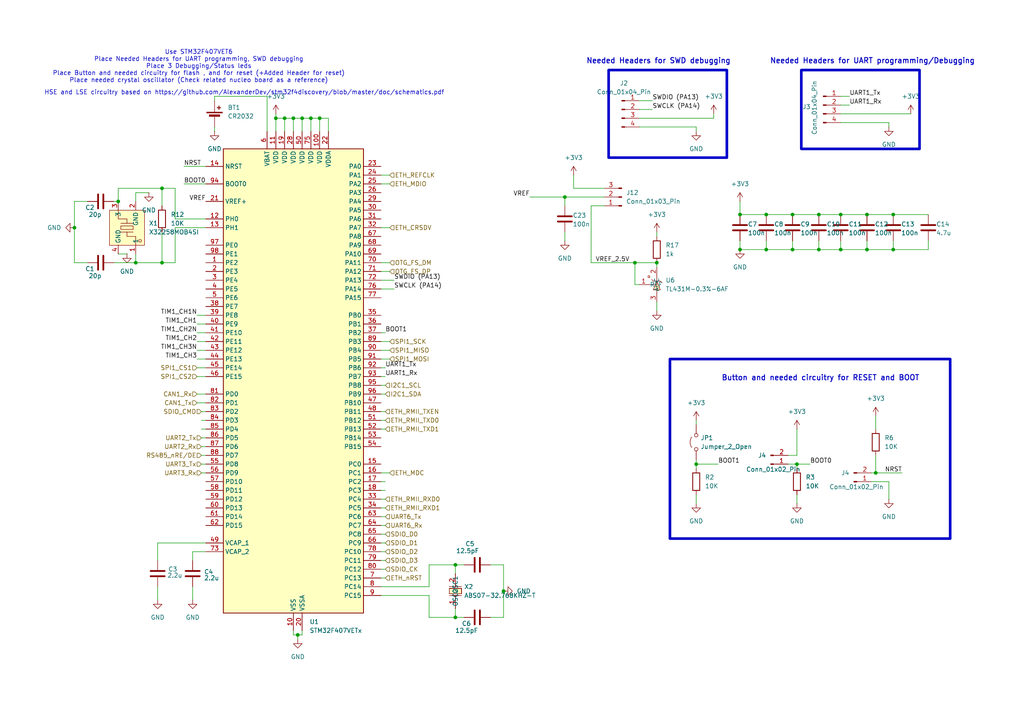
<source format=kicad_sch>
(kicad_sch (version 20250114) (generator "eeschema") (generator_version "9.0")
  (paper "A4")
  (lib_symbols
    (symbol "Connector:Conn_01x02_Pin" (pin_names (offset 1.016) (hide yes))
      (property "Reference" "J" (at 0 2.54 0))
      (property "Value" "Conn_01x02_Pin" (at 0 -5.08 0))
      (symbol "Conn_01x02_Pin_1_1"
        (rectangle (start 0.8636 0.127) (end 0 -0.127) (stroke (width 0.1524)) (fill (type outline)))
        (rectangle (start 0.8636 -2.413) (end 0 -2.667) (stroke (width 0.1524)) (fill (type outline)))
        (polyline (pts (xy 1.27 0) (xy 0.8636 0)) (stroke (width 0.1524)))
        (polyline (pts (xy 1.27 -2.54) (xy 0.8636 -2.54)) (stroke (width 0.1524)))
        (pin passive line (at 5.08 0 180) (length 3.81) (name "Pin_1") (number "1"))
        (pin passive line (at 5.08 -2.54 180) (length 3.81) (name "Pin_2") (number "2"))
      )
    )
    (symbol "Connector:Conn_01x03_Pin" (pin_names (offset 1.016) (hide yes))
      (property "Reference" "J" (at 0 5.08 0))
      (property "Value" "Conn_01x03_Pin" (at 0 -5.08 0))
      (symbol "Conn_01x03_Pin_1_1"
        (rectangle (start 0.8636 2.667) (end 0 2.413) (stroke (width 0.1524)) (fill (type outline)))
        (rectangle (start 0.8636 0.127) (end 0 -0.127) (stroke (width 0.1524)) (fill (type outline)))
        (rectangle (start 0.8636 -2.413) (end 0 -2.667) (stroke (width 0.1524)) (fill (type outline)))
        (polyline (pts (xy 1.27 2.54) (xy 0.8636 2.54)) (stroke (width 0.1524)))
        (polyline (pts (xy 1.27 0) (xy 0.8636 0)) (stroke (width 0.1524)))
        (polyline (pts (xy 1.27 -2.54) (xy 0.8636 -2.54)) (stroke (width 0.1524)))
        (pin passive line (at 5.08 2.54 180) (length 3.81) (name "Pin_1") (number "1"))
        (pin passive line (at 5.08 0 180) (length 3.81) (name "Pin_2") (number "2"))
        (pin passive line (at 5.08 -2.54 180) (length 3.81) (name "Pin_3") (number "3"))
      )
    )
    (symbol "Connector:Conn_01x04_Pin" (pin_names (offset 1.016) (hide yes))
      (property "Reference" "J" (at 0 5.08 0))
      (property "Value" "Conn_01x04_Pin" (at 0 -7.62 0))
      (symbol "Conn_01x04_Pin_1_1"
        (rectangle (start 0.8636 2.667) (end 0 2.413) (stroke (width 0.1524)) (fill (type outline)))
        (rectangle (start 0.8636 0.127) (end 0 -0.127) (stroke (width 0.1524)) (fill (type outline)))
        (rectangle (start 0.8636 -2.413) (end 0 -2.667) (stroke (width 0.1524)) (fill (type outline)))
        (rectangle (start 0.8636 -4.953) (end 0 -5.207) (stroke (width 0.1524)) (fill (type outline)))
        (polyline (pts (xy 1.27 2.54) (xy 0.8636 2.54)) (stroke (width 0.1524)))
        (polyline (pts (xy 1.27 0) (xy 0.8636 0)) (stroke (width 0.1524)))
        (polyline (pts (xy 1.27 -2.54) (xy 0.8636 -2.54)) (stroke (width 0.1524)))
        (polyline (pts (xy 1.27 -5.08) (xy 0.8636 -5.08)) (stroke (width 0.1524)))
        (pin passive line (at 5.08 2.54 180) (length 3.81) (name "Pin_1") (number "1"))
        (pin passive line (at 5.08 0 180) (length 3.81) (name "Pin_2") (number "2"))
        (pin passive line (at 5.08 -2.54 180) (length 3.81) (name "Pin_3") (number "3"))
        (pin passive line (at 5.08 -5.08 180) (length 3.81) (name "Pin_4") (number "4"))
      )
    )
    (symbol "Device:Battery_Cell" (pin_numbers (hide yes)) (pin_names (offset 0) (hide yes))
      (property "Reference" "BT" (at 2.54 2.54 0))
      (property "Value" "Battery_Cell" (at 2.54 0 0))
      (symbol "Battery_Cell_0_1"
        (rectangle (start -2.286 1.778) (end 2.286 1.524) (fill (type outline)))
        (rectangle (start -1.524 1.016) (end 1.524 0.508) (fill (type outline)))
        (polyline (pts (xy 0 1.778) (xy 0 2.54)))
        (polyline (pts (xy 0 0.762) (xy 0 0)))
        (polyline (pts (xy 0.762 3.048) (xy 1.778 3.048)) (stroke (width 0.254)))
        (polyline (pts (xy 1.27 3.556) (xy 1.27 2.54)) (stroke (width 0.254)))
      )
      (symbol "Battery_Cell_1_1"
        (pin passive line (at 0 5.08 270) (length 2.54) (name "+") (number "1"))
        (pin passive line (at 0 -2.54 90) (length 2.54) (name "-") (number "2"))
      )
    )
    (symbol "Device:C" (pin_numbers (hide yes)) (pin_names (offset 0.254))
      (property "Reference" "C" (at 0.635 2.54 0))
      (property "Value" "C" (at 0.635 -2.54 0))
      (symbol "C_0_1"
        (polyline (pts (xy -2.032 0.762) (xy 2.032 0.762)) (stroke (width 0.508)))
        (polyline (pts (xy -2.032 -0.762) (xy 2.032 -0.762)) (stroke (width 0.508)))
      )
      (symbol "C_1_1"
        (pin passive line (at 0 3.81 270) (length 2.794) (name "~") (number "1"))
        (pin passive line (at 0 -3.81 90) (length 2.794) (name "~") (number "2"))
      )
    )
    (symbol "Device:R" (pin_numbers (hide yes)) (pin_names (offset 0))
      (property "Reference" "R" (at 2.032 0 90))
      (property "Value" "R" (at 0 0 90))
      (symbol "R_0_1"
        (rectangle (start -1.016 -2.54) (end 1.016 2.54) (stroke (width 0.254)))
      )
      (symbol "R_1_1"
        (pin passive line (at 0 3.81 270) (length 1.27) (name "~") (number "1"))
        (pin passive line (at 0 -3.81 90) (length 1.27) (name "~") (number "2"))
      )
    )
    (symbol "EasyEDA:ABS07-32.768KHZ-T"
      (property "Reference" "X" (at 0 5.08 0))
      (property "Value" "ABS07-32.768KHZ-T" (at 0 -5.08 0))
      (symbol "ABS07-32.768KHZ-T_0_1"
        (polyline (pts (xy -1.27 -1.02) (xy -1.27 1.02)))
        (polyline (pts (xy -1.27 -1.78) (xy -1.27 1.78)))
        (polyline (pts (xy -0.76 -1.78) (xy -0.76 1.78) (xy 0.76 1.78) (xy 0.76 -1.78)))
        (polyline (pts (xy 0.76 1.78) (xy 0.76 -1.78) (xy -0.76 -1.78) (xy -0.76 1.78) (xy 0.76 1.78)) (fill (type background)))
        (polyline (pts (xy 0.76 -1.78) (xy -0.76 -1.78)))
        (polyline (pts (xy 1.27 -1.02) (xy 1.27 1.02)))
        (polyline (pts (xy 1.27 -1.78) (xy 1.27 1.78)))
        (pin input line (at -5.08 0 0) (length 3.81) (name "OSC1") (number "1"))
        (pin input line (at 5.08 0 180) (length 3.81) (name "OSC2") (number "2"))
      )
    )
    (symbol "EasyEDA:TL431M-0.3%-6AF"
      (property "Reference" "U" (at 0 10.16 0))
      (property "Value" "TL431M-0.3%-6AF" (at 0 -10.16 0))
      (symbol "TL431M-0.3%-6AF_0_1"
        (rectangle (start -2.54 2.54) (end -2.03 2.03) (fill (type background)))
        (polyline (pts (xy -2.54 0) (xy -0.51 0)))
        (polyline (pts (xy -1.52 1.52) (xy -1.02 1.02) (xy 1.02 1.02) (xy 1.52 0.51)))
        (polyline (pts (xy 0 1.02) (xy -1.02 -1.52) (xy 1.02 -1.52) (xy 0 1.02) (xy 0 1.02)) (fill (type background)))
        (polyline (pts (xy 0 -2.54) (xy 0 2.54)))
        (pin unspecified line (at -5.08 0 0) (length 2.54) (name "REF") (number "1"))
        (pin unspecified line (at 0 5.08 270) (length 2.54) (name "C") (number "2"))
        (pin unspecified line (at 0 -5.08 90) (length 2.54) (name "A") (number "3"))
      )
    )
    (symbol "EasyEDA:X32258MOB4SI"
      (property "Reference" "X" (at 0 7.62 0))
      (property "Value" "X32258MOB4SI" (at 0 -7.62 0))
      (symbol "X32258MOB4SI_0_1"
        (rectangle (start -5.08 5.08) (end 5.08 -5.08) (fill (type background)))
        (polyline (pts (xy -5.08 -2.54) (xy -2.54 -2.54) (xy -2.54 0) (xy -1.27 0)))
        (circle (center -3.81 -3.81) (radius 0.38))
        (polyline (pts (xy -1.27 -1.78) (xy -1.27 1.78)))
        (rectangle (start -0.51 1.78) (end 0.51 -1.78) (fill (type background)))
        (polyline (pts (xy 1.27 -1.78) (xy 1.27 1.78)))
        (polyline (pts (xy 5.08 2.54) (xy 2.54 2.54) (xy 2.54 0) (xy 1.27 0)))
        (pin input line (at -7.62 2.54 0) (length 2.54) (name "GND") (number "4"))
        (pin input line (at -7.62 -2.54 0) (length 2.54) (name "1") (number "1"))
        (pin input line (at 7.62 2.54 180) (length 2.54) (name "3") (number "3"))
        (pin input line (at 7.62 -2.54 180) (length 2.54) (name "GND") (number "2"))
      )
    )
    (symbol "Jumper:Jumper_2_Open" (pin_numbers (hide yes)) (pin_names (offset 0) (hide yes))
      (property "Reference" "JP" (at 0 2.794 0))
      (property "Value" "Jumper_2_Open" (at 0 -2.286 0))
      (symbol "Jumper_2_Open_0_0"
        (circle (center -2.032 0) (radius 0.508))
        (circle (center 2.032 0) (radius 0.508))
      )
      (symbol "Jumper_2_Open_0_1"
        (arc (start -1.524 1.27) (mid 0 1.778) (end 1.524 1.27))
      )
      (symbol "Jumper_2_Open_1_1"
        (pin passive line (at -5.08 0 0) (length 2.54) (name "A") (number "1"))
        (pin passive line (at 5.08 0 180) (length 2.54) (name "B") (number "2"))
      )
    )
    (symbol "MCU_ST_STM32F4:STM32F407VETx"
      (property "Reference" "U" (at -20.32 69.85 0))
      (property "Value" "STM32F407VETx" (at 12.7 69.85 0))
      (symbol "STM32F407VETx_0_1"
        (rectangle (start -20.32 -66.04) (end 20.32 68.58) (stroke (width 0.254)) (fill (type background)))
      )
      (symbol "STM32F407VETx_1_1"
        (pin input line (at -25.4 63.5 0) (length 5.08) (name "NRST") (number "14"))
        (pin input line (at -25.4 58.42 0) (length 5.08) (name "BOOT0") (number "94"))
        (pin input line (at -25.4 53.34 0) (length 5.08) (name "VREF+") (number "21"))
        (pin bidirectional line (at -25.4 48.26 0) (length 5.08) (name "PH0") (number "12"))
        (pin bidirectional line (at -25.4 45.72 0) (length 5.08) (name "PH1") (number "13"))
        (pin bidirectional line (at -25.4 40.64 0) (length 5.08) (name "PE0") (number "97"))
        (pin bidirectional line (at -25.4 38.1 0) (length 5.08) (name "PE1") (number "98"))
        (pin bidirectional line (at -25.4 35.56 0) (length 5.08) (name "PE2") (number "1"))
        (pin bidirectional line (at -25.4 33.02 0) (length 5.08) (name "PE3") (number "2"))
        (pin bidirectional line (at -25.4 30.48 0) (length 5.08) (name "PE4") (number "3"))
        (pin bidirectional line (at -25.4 27.94 0) (length 5.08) (name "PE5") (number "4"))
        (pin bidirectional line (at -25.4 25.4 0) (length 5.08) (name "PE6") (number "5"))
        (pin bidirectional line (at -25.4 22.86 0) (length 5.08) (name "PE7") (number "38"))
        (pin bidirectional line (at -25.4 20.32 0) (length 5.08) (name "PE8") (number "39"))
        (pin bidirectional line (at -25.4 17.78 0) (length 5.08) (name "PE9") (number "40"))
        (pin bidirectional line (at -25.4 15.24 0) (length 5.08) (name "PE10") (number "41"))
        (pin bidirectional line (at -25.4 12.7 0) (length 5.08) (name "PE11") (number "42"))
        (pin bidirectional line (at -25.4 10.16 0) (length 5.08) (name "PE12") (number "43"))
        (pin bidirectional line (at -25.4 7.62 0) (length 5.08) (name "PE13") (number "44"))
        (pin bidirectional line (at -25.4 5.08 0) (length 5.08) (name "PE14") (number "45"))
        (pin bidirectional line (at -25.4 2.54 0) (length 5.08) (name "PE15") (number "46"))
        (pin bidirectional line (at -25.4 -2.54 0) (length 5.08) (name "PD0") (number "81"))
        (pin bidirectional line (at -25.4 -5.08 0) (length 5.08) (name "PD1") (number "82"))
        (pin bidirectional line (at -25.4 -7.62 0) (length 5.08) (name "PD2") (number "83"))
        (pin bidirectional line (at -25.4 -10.16 0) (length 5.08) (name "PD3") (number "84"))
        (pin bidirectional line (at -25.4 -12.7 0) (length 5.08) (name "PD4") (number "85"))
        (pin bidirectional line (at -25.4 -15.24 0) (length 5.08) (name "PD5") (number "86"))
        (pin bidirectional line (at -25.4 -17.78 0) (length 5.08) (name "PD6") (number "87"))
        (pin bidirectional line (at -25.4 -20.32 0) (length 5.08) (name "PD7") (number "88"))
        (pin bidirectional line (at -25.4 -22.86 0) (length 5.08) (name "PD8") (number "55"))
        (pin bidirectional line (at -25.4 -25.4 0) (length 5.08) (name "PD9") (number "56"))
        (pin bidirectional line (at -25.4 -27.94 0) (length 5.08) (name "PD10") (number "57"))
        (pin bidirectional line (at -25.4 -30.48 0) (length 5.08) (name "PD11") (number "58"))
        (pin bidirectional line (at -25.4 -33.02 0) (length 5.08) (name "PD12") (number "59"))
        (pin bidirectional line (at -25.4 -35.56 0) (length 5.08) (name "PD13") (number "60"))
        (pin bidirectional line (at -25.4 -38.1 0) (length 5.08) (name "PD14") (number "61"))
        (pin bidirectional line (at -25.4 -40.64 0) (length 5.08) (name "PD15") (number "62"))
        (pin power_out line (at -25.4 -45.72 0) (length 5.08) (name "VCAP_1") (number "49"))
        (pin power_out line (at -25.4 -48.26 0) (length 5.08) (name "VCAP_2") (number "73"))
        (pin power_in line (at -7.62 73.66 270) (length 5.08) (name "VBAT") (number "6"))
        (pin power_in line (at -5.08 73.66 270) (length 5.08) (name "VDD") (number "11"))
        (pin power_in line (at -2.54 73.66 270) (length 5.08) (name "VDD") (number "19"))
        (pin power_in line (at 0 73.66 270) (length 5.08) (name "VDD") (number "28"))
        (pin power_in line (at 0 -71.12 90) (length 5.08) (name "VSS") (number "10"))
        (pin passive line (at 0 -71.12 90) (length 5.08) (hide yes) (name "VSS") (number "27"))
        (pin passive line (at 0 -71.12 90) (length 5.08) (hide yes) (name "VSS") (number "74"))
        (pin passive line (at 0 -71.12 90) (length 5.08) (hide yes) (name "VSS") (number "99"))
        (pin power_in line (at 2.54 73.66 270) (length 5.08) (name "VDD") (number "50"))
        (pin power_in line (at 2.54 -71.12 90) (length 5.08) (name "VSSA") (number "20"))
        (pin power_in line (at 5.08 73.66 270) (length 5.08) (name "VDD") (number "75"))
        (pin power_in line (at 7.62 73.66 270) (length 5.08) (name "VDD") (number "100"))
        (pin power_in line (at 10.16 73.66 270) (length 5.08) (name "VDDA") (number "22"))
        (pin bidirectional line (at 25.4 63.5 180) (length 5.08) (name "PA0") (number "23"))
        (pin bidirectional line (at 25.4 60.96 180) (length 5.08) (name "PA1") (number "24"))
        (pin bidirectional line (at 25.4 58.42 180) (length 5.08) (name "PA2") (number "25"))
        (pin bidirectional line (at 25.4 55.88 180) (length 5.08) (name "PA3") (number "26"))
        (pin bidirectional line (at 25.4 53.34 180) (length 5.08) (name "PA4") (number "29"))
        (pin bidirectional line (at 25.4 50.8 180) (length 5.08) (name "PA5") (number "30"))
        (pin bidirectional line (at 25.4 48.26 180) (length 5.08) (name "PA6") (number "31"))
        (pin bidirectional line (at 25.4 45.72 180) (length 5.08) (name "PA7") (number "32"))
        (pin bidirectional line (at 25.4 43.18 180) (length 5.08) (name "PA8") (number "67"))
        (pin bidirectional line (at 25.4 40.64 180) (length 5.08) (name "PA9") (number "68"))
        (pin bidirectional line (at 25.4 38.1 180) (length 5.08) (name "PA10") (number "69"))
        (pin bidirectional line (at 25.4 35.56 180) (length 5.08) (name "PA11") (number "70"))
        (pin bidirectional line (at 25.4 33.02 180) (length 5.08) (name "PA12") (number "71"))
        (pin bidirectional line (at 25.4 30.48 180) (length 5.08) (name "PA13") (number "72"))
        (pin bidirectional line (at 25.4 27.94 180) (length 5.08) (name "PA14") (number "76"))
        (pin bidirectional line (at 25.4 25.4 180) (length 5.08) (name "PA15") (number "77"))
        (pin bidirectional line (at 25.4 20.32 180) (length 5.08) (name "PB0") (number "35"))
        (pin bidirectional line (at 25.4 17.78 180) (length 5.08) (name "PB1") (number "36"))
        (pin bidirectional line (at 25.4 15.24 180) (length 5.08) (name "PB2") (number "37"))
        (pin bidirectional line (at 25.4 12.7 180) (length 5.08) (name "PB3") (number "89"))
        (pin bidirectional line (at 25.4 10.16 180) (length 5.08) (name "PB4") (number "90"))
        (pin bidirectional line (at 25.4 7.62 180) (length 5.08) (name "PB5") (number "91"))
        (pin bidirectional line (at 25.4 5.08 180) (length 5.08) (name "PB6") (number "92"))
        (pin bidirectional line (at 25.4 2.54 180) (length 5.08) (name "PB7") (number "93"))
        (pin bidirectional line (at 25.4 0 180) (length 5.08) (name "PB8") (number "95"))
        (pin bidirectional line (at 25.4 -2.54 180) (length 5.08) (name "PB9") (number "96"))
        (pin bidirectional line (at 25.4 -5.08 180) (length 5.08) (name "PB10") (number "47"))
        (pin bidirectional line (at 25.4 -7.62 180) (length 5.08) (name "PB11") (number "48"))
        (pin bidirectional line (at 25.4 -10.16 180) (length 5.08) (name "PB12") (number "51"))
        (pin bidirectional line (at 25.4 -12.7 180) (length 5.08) (name "PB13") (number "52"))
        (pin bidirectional line (at 25.4 -15.24 180) (length 5.08) (name "PB14") (number "53"))
        (pin bidirectional line (at 25.4 -17.78 180) (length 5.08) (name "PB15") (number "54"))
        (pin bidirectional line (at 25.4 -22.86 180) (length 5.08) (name "PC0") (number "15"))
        (pin bidirectional line (at 25.4 -25.4 180) (length 5.08) (name "PC1") (number "16"))
        (pin bidirectional line (at 25.4 -27.94 180) (length 5.08) (name "PC2") (number "17"))
        (pin bidirectional line (at 25.4 -30.48 180) (length 5.08) (name "PC3") (number "18"))
        (pin bidirectional line (at 25.4 -33.02 180) (length 5.08) (name "PC4") (number "33"))
        (pin bidirectional line (at 25.4 -35.56 180) (length 5.08) (name "PC5") (number "34"))
        (pin bidirectional line (at 25.4 -38.1 180) (length 5.08) (name "PC6") (number "63"))
        (pin bidirectional line (at 25.4 -40.64 180) (length 5.08) (name "PC7") (number "64"))
        (pin bidirectional line (at 25.4 -43.18 180) (length 5.08) (name "PC8") (number "65"))
        (pin bidirectional line (at 25.4 -45.72 180) (length 5.08) (name "PC9") (number "66"))
        (pin bidirectional line (at 25.4 -48.26 180) (length 5.08) (name "PC10") (number "78"))
        (pin bidirectional line (at 25.4 -50.8 180) (length 5.08) (name "PC11") (number "79"))
        (pin bidirectional line (at 25.4 -53.34 180) (length 5.08) (name "PC12") (number "80"))
        (pin bidirectional line (at 25.4 -55.88 180) (length 5.08) (name "PC13") (number "7"))
        (pin bidirectional line (at 25.4 -58.42 180) (length 5.08) (name "PC14") (number "8"))
        (pin bidirectional line (at 25.4 -60.96 180) (length 5.08) (name "PC15") (number "9"))
      )
    )
    (symbol "power:+3V3" (power) (pin_numbers (hide yes)) (pin_names (offset 0) (hide yes))
      (property "Value" "+3V3" (at 0 3.556 0))
      (symbol "+3V3_0_1"
        (polyline (pts (xy -0.762 1.27) (xy 0 2.54)))
        (polyline (pts (xy 0 2.54) (xy 0.762 1.27)))
        (polyline (pts (xy 0 0) (xy 0 2.54)))
      )
      (symbol "+3V3_1_1"
        (pin power_in line (at 0 0 90) (length 0) (name "~") (number "1"))
      )
    )
    (symbol "power:GND" (power) (pin_numbers (hide yes)) (pin_names (offset 0) (hide yes))
      (property "Value" "GND" (at 0 -3.81 0))
      (symbol "GND_0_1"
        (polyline (pts (xy 0 0) (xy 0 -1.27) (xy 1.27 -1.27) (xy 0 -2.54) (xy -1.27 -1.27) (xy 0 -1.27)))
      )
      (symbol "GND_1_1"
        (pin power_in line (at 0 0 270) (length 0) (name "~") (number "1"))
      )
    )
  )
  (rectangle (start 194.31 104.14) (end 275.59 156.21) (stroke (width 0.762)))
  (rectangle (start 232.41 20.32) (end 266.7 43.18) (stroke (width 0.762)))
  (rectangle (start 176.53 20.32) (end 210.82 45.72) (stroke (width 0.762)))
  (text "HSE and LSE circuitry based on https://github.com/AlexanderDev/stm32f4discovery/blob/master/doc/schematics.pdf" (at 70.866 26.924 0) (effects (font (size 1.27 1.27))))
  (text " Needed Headers for UART programming/Debugging\n" (at 252.476 17.78 0) (effects (font (size 1.524 1.524) (thickness 0.254) (bold yes))))
  (text "Needed Headers for SWD debugging" (at 191.008 17.78 0) (effects (font (size 1.524 1.524) (thickness 0.254) (bold yes))))
  (text "Button and needed circuitry for RESET and BOOT\n" (at 237.998 109.728 0) (effects (font (size 1.524 1.524) (thickness 0.254) (bold yes))))
  (text "Use STM32F407VET6\nPlace Needed Headers for UART programming, SWD debugging\nPlace 3 Debugging/Status leds\nPlace Button and needed circuitry for flash , and for reset (+Added Header for reset)\nPlace needed crystal oscillator (Check related nucleo board as a reference)\n" (at 57.658 19.304 0) (effects (font (size 1.27 1.27))))
  (junction (at 243.84 72.39))
  (junction (at 259.08 62.23))
  (junction (at 254 137.16))
  (junction (at 39.37 76.2))
  (junction (at 259.08 72.39))
  (junction (at 251.46 72.39))
  (junction (at 214.63 62.23))
  (junction (at 90.17 34.29))
  (junction (at 237.49 62.23))
  (junction (at 132.08 179.07))
  (junction (at 34.29 58.42))
  (junction (at 237.49 72.39))
  (junction (at 163.83 57.15))
  (junction (at 229.87 62.23))
  (junction (at 85.09 34.29))
  (junction (at 87.63 34.29))
  (junction (at 146.05 171.45))
  (junction (at 80.01 34.29))
  (junction (at 222.25 72.39))
  (junction (at 222.25 62.23))
  (junction (at 190.5 76.2))
  (junction (at 46.99 54.61))
  (junction (at 184.15 76.2))
  (junction (at 86.36 184.15))
  (junction (at 214.63 72.39))
  (junction (at 229.87 72.39))
  (junction (at 46.99 76.2))
  (junction (at 251.46 62.23))
  (junction (at 201.93 134.62))
  (junction (at 82.55 34.29))
  (junction (at 132.08 163.83))
  (junction (at 21.59 66.04))
  (junction (at 92.71 34.29))
  (junction (at 243.84 62.23))
  (junction (at 231.14 134.62))
  (wire (pts (xy 124.46 172.72) (xy 110.49 172.72)))
  (wire (pts (xy 110.49 78.74) (xy 113.03 78.74)))
  (wire (pts (xy 184.15 76.2) (xy 184.15 82.55)))
  (wire (pts (xy 92.71 38.1) (xy 92.71 34.29)))
  (wire (pts (xy 57.15 99.06) (xy 59.69 99.06)))
  (wire (pts (xy 259.08 62.23) (xy 269.24 62.23)))
  (wire (pts (xy 87.63 182.88) (xy 87.63 184.15)))
  (wire (pts (xy 46.99 54.61) (xy 50.8 54.61)))
  (wire (pts (xy 257.81 35.56) (xy 257.81 36.83)))
  (wire (pts (xy 111.76 152.4) (xy 110.49 152.4)))
  (wire (pts (xy 243.84 35.56) (xy 257.81 35.56)))
  (wire (pts (xy 185.42 36.83) (xy 201.93 36.83)))
  (wire (pts (xy 110.49 96.52) (xy 111.76 96.52)))
  (wire (pts (xy 243.84 27.94) (xy 246.38 27.94)))
  (wire (pts (xy 231.14 135.89) (xy 231.14 134.62)))
  (wire (pts (xy 222.25 72.39) (xy 214.63 72.39)))
  (wire (pts (xy 110.49 137.16) (xy 113.03 137.16)))
  (wire (pts (xy 185.42 29.21) (xy 189.23 29.21)))
  (wire (pts (xy 110.49 154.94) (xy 111.76 154.94)))
  (wire (pts (xy 21.59 58.42) (xy 21.59 66.04)))
  (wire (pts (xy 34.29 54.61) (xy 46.99 54.61)))
  (wire (pts (xy 50.8 66.04) (xy 50.8 76.2)))
  (wire (pts (xy 43.18 55.88) (xy 39.37 55.88)))
  (wire (pts (xy 58.42 127) (xy 59.69 127)))
  (wire (pts (xy 110.49 142.24) (xy 111.76 142.24)))
  (wire (pts (xy 163.83 57.15) (xy 175.26 57.15)))
  (wire (pts (xy 222.25 62.23) (xy 229.87 62.23)))
  (wire (pts (xy 46.99 76.2) (xy 50.8 76.2)))
  (wire (pts (xy 251.46 72.39) (xy 259.08 72.39)))
  (wire (pts (xy 153.67 57.15) (xy 163.83 57.15)))
  (wire (pts (xy 231.14 134.62) (xy 234.95 134.62)))
  (wire (pts (xy 201.93 121.92) (xy 201.93 123.19)))
  (wire (pts (xy 77.47 27.94) (xy 77.47 38.1)))
  (wire (pts (xy 33.02 58.42) (xy 34.29 58.42)))
  (wire (pts (xy 110.49 119.38) (xy 111.76 119.38)))
  (wire (pts (xy 124.46 172.72) (xy 124.46 179.07)))
  (wire (pts (xy 110.49 160.02) (xy 111.76 160.02)))
  (wire (pts (xy 34.29 73.66) (xy 36.83 73.66)))
  (wire (pts (xy 110.49 114.3) (xy 111.76 114.3)))
  (wire (pts (xy 214.63 69.85) (xy 214.63 72.39)))
  (wire (pts (xy 45.72 157.48) (xy 45.72 162.56)))
  (wire (pts (xy 110.49 139.7) (xy 111.76 139.7)))
  (wire (pts (xy 86.36 184.15) (xy 87.63 184.15)))
  (wire (pts (xy 222.25 69.85) (xy 222.25 72.39)))
  (wire (pts (xy 80.01 33.02) (xy 80.01 34.29)))
  (wire (pts (xy 90.17 34.29) (xy 92.71 34.29)))
  (wire (pts (xy 214.63 58.42) (xy 214.63 62.23)))
  (wire (pts (xy 59.69 114.3) (xy 57.15 114.3)))
  (wire (pts (xy 21.59 66.04) (xy 21.59 76.2)))
  (wire (pts (xy 95.25 34.29) (xy 95.25 38.1)))
  (wire (pts (xy 34.29 54.61) (xy 34.29 58.42)))
  (wire (pts (xy 229.87 72.39) (xy 222.25 72.39)))
  (wire (pts (xy 252.73 137.16) (xy 254 137.16)))
  (wire (pts (xy 251.46 62.23) (xy 259.08 62.23)))
  (wire (pts (xy 257.81 139.7) (xy 257.81 144.78)))
  (wire (pts (xy 39.37 76.2) (xy 39.37 73.66)))
  (wire (pts (xy 57.15 106.68) (xy 59.69 106.68)))
  (wire (pts (xy 124.46 163.83) (xy 132.08 163.83)))
  (wire (pts (xy 87.63 34.29) (xy 87.63 38.1)))
  (wire (pts (xy 110.49 99.06) (xy 113.03 99.06)))
  (wire (pts (xy 201.93 135.89) (xy 201.93 134.62)))
  (wire (pts (xy 58.42 121.92) (xy 59.69 121.92)))
  (wire (pts (xy 82.55 34.29) (xy 85.09 34.29)))
  (wire (pts (xy 110.49 76.2) (xy 113.03 76.2)))
  (wire (pts (xy 243.84 69.85) (xy 243.84 72.39)))
  (wire (pts (xy 214.63 62.23) (xy 222.25 62.23)))
  (wire (pts (xy 259.08 69.85) (xy 259.08 72.39)))
  (wire (pts (xy 21.59 76.2) (xy 25.4 76.2)))
  (wire (pts (xy 110.49 83.82) (xy 114.3 83.82)))
  (wire (pts (xy 190.5 76.2) (xy 190.5 77.47)))
  (wire (pts (xy 87.63 34.29) (xy 90.17 34.29)))
  (wire (pts (xy 110.49 53.34) (xy 113.03 53.34)))
  (wire (pts (xy 171.45 59.69) (xy 171.45 76.2)))
  (wire (pts (xy 85.09 182.88) (xy 85.09 184.15)))
  (wire (pts (xy 110.49 104.14) (xy 113.03 104.14)))
  (wire (pts (xy 57.15 104.14) (xy 59.69 104.14)))
  (wire (pts (xy 166.37 54.61) (xy 175.26 54.61)))
  (wire (pts (xy 59.69 157.48) (xy 45.72 157.48)))
  (wire (pts (xy 163.83 67.31) (xy 163.83 69.85)))
  (wire (pts (xy 39.37 76.2) (xy 46.99 76.2)))
  (wire (pts (xy 57.15 109.22) (xy 59.69 109.22)))
  (wire (pts (xy 132.08 179.07) (xy 132.08 176.53)))
  (wire (pts (xy 146.05 179.07) (xy 146.05 171.45)))
  (wire (pts (xy 166.37 50.8) (xy 166.37 54.61)))
  (wire (pts (xy 132.08 163.83) (xy 132.08 166.37)))
  (wire (pts (xy 110.49 50.8) (xy 113.03 50.8)))
  (wire (pts (xy 184.15 76.2) (xy 190.5 76.2)))
  (wire (pts (xy 110.49 162.56) (xy 111.76 162.56)))
  (wire (pts (xy 269.24 69.85) (xy 269.24 72.39)))
  (wire (pts (xy 175.26 59.69) (xy 171.45 59.69)))
  (wire (pts (xy 25.4 58.42) (xy 21.59 58.42)))
  (wire (pts (xy 110.49 165.1) (xy 111.76 165.1)))
  (wire (pts (xy 111.76 167.64) (xy 110.49 167.64)))
  (wire (pts (xy 243.84 30.48) (xy 246.38 30.48)))
  (wire (pts (xy 257.81 139.7) (xy 252.73 139.7)))
  (wire (pts (xy 85.09 34.29) (xy 87.63 34.29)))
  (wire (pts (xy 171.45 76.2) (xy 184.15 76.2)))
  (wire (pts (xy 53.34 53.34) (xy 59.69 53.34)))
  (wire (pts (xy 110.49 81.28) (xy 114.3 81.28)))
  (wire (pts (xy 251.46 69.85) (xy 251.46 72.39)))
  (wire (pts (xy 57.15 91.44) (xy 59.69 91.44)))
  (wire (pts (xy 110.49 121.92) (xy 111.76 121.92)))
  (wire (pts (xy 33.02 76.2) (xy 39.37 76.2)))
  (wire (pts (xy 58.42 119.38) (xy 59.69 119.38)))
  (wire (pts (xy 59.69 116.84) (xy 57.15 116.84)))
  (wire (pts (xy 110.49 170.18) (xy 124.46 170.18)))
  (wire (pts (xy 58.42 134.62) (xy 59.69 134.62)))
  (wire (pts (xy 110.49 66.04) (xy 113.03 66.04)))
  (wire (pts (xy 201.93 36.83) (xy 201.93 38.1)))
  (wire (pts (xy 207.01 33.02) (xy 207.01 34.29)))
  (wire (pts (xy 110.49 106.68) (xy 111.76 106.68)))
  (wire (pts (xy 237.49 62.23) (xy 243.84 62.23)))
  (wire (pts (xy 59.69 160.02) (xy 55.88 160.02)))
  (wire (pts (xy 57.15 93.98) (xy 59.69 93.98)))
  (wire (pts (xy 92.71 34.29) (xy 95.25 34.29)))
  (wire (pts (xy 269.24 72.39) (xy 259.08 72.39)))
  (wire (pts (xy 163.83 57.15) (xy 163.83 59.69)))
  (wire (pts (xy 228.6 132.08) (xy 231.14 132.08)))
  (wire (pts (xy 46.99 54.61) (xy 46.99 59.69)))
  (wire (pts (xy 57.15 101.6) (xy 59.69 101.6)))
  (wire (pts (xy 201.93 143.51) (xy 201.93 146.05)))
  (wire (pts (xy 190.5 67.31) (xy 190.5 68.58)))
  (wire (pts (xy 45.72 170.18) (xy 45.72 173.99)))
  (wire (pts (xy 134.62 179.07) (xy 132.08 179.07)))
  (wire (pts (xy 134.62 163.83) (xy 132.08 163.83)))
  (wire (pts (xy 62.23 38.1) (xy 62.23 36.83)))
  (wire (pts (xy 110.49 111.76) (xy 111.76 111.76)))
  (wire (pts (xy 243.84 33.02) (xy 264.16 33.02)))
  (wire (pts (xy 254 132.08) (xy 254 137.16)))
  (wire (pts (xy 58.42 137.16) (xy 59.69 137.16)))
  (wire (pts (xy 124.46 179.07) (xy 132.08 179.07)))
  (wire (pts (xy 185.42 34.29) (xy 207.01 34.29)))
  (wire (pts (xy 62.23 27.94) (xy 77.47 27.94)))
  (wire (pts (xy 59.69 66.04) (xy 50.8 66.04)))
  (wire (pts (xy 237.49 69.85) (xy 237.49 72.39)))
  (wire (pts (xy 58.42 129.54) (xy 59.69 129.54)))
  (wire (pts (xy 146.05 171.45) (xy 146.05 163.83)))
  (wire (pts (xy 110.49 157.48) (xy 111.76 157.48)))
  (wire (pts (xy 86.36 184.15) (xy 86.36 185.42)))
  (wire (pts (xy 111.76 124.46) (xy 110.49 124.46)))
  (wire (pts (xy 243.84 72.39) (xy 251.46 72.39)))
  (wire (pts (xy 110.49 109.22) (xy 111.76 109.22)))
  (wire (pts (xy 201.93 133.35) (xy 201.93 134.62)))
  (wire (pts (xy 80.01 34.29) (xy 82.55 34.29)))
  (wire (pts (xy 58.42 132.08) (xy 59.69 132.08)))
  (wire (pts (xy 254 137.16) (xy 261.62 137.16)))
  (wire (pts (xy 231.14 143.51) (xy 231.14 146.05)))
  (wire (pts (xy 90.17 38.1) (xy 90.17 34.29)))
  (wire (pts (xy 39.37 55.88) (xy 39.37 58.42)))
  (wire (pts (xy 53.34 48.26) (xy 59.69 48.26)))
  (wire (pts (xy 229.87 62.23) (xy 237.49 62.23)))
  (wire (pts (xy 80.01 38.1) (xy 80.01 34.29)))
  (wire (pts (xy 85.09 184.15) (xy 86.36 184.15)))
  (wire (pts (xy 85.09 34.29) (xy 85.09 38.1)))
  (wire (pts (xy 110.49 147.32) (xy 111.76 147.32)))
  (wire (pts (xy 243.84 62.23) (xy 251.46 62.23)))
  (wire (pts (xy 237.49 72.39) (xy 229.87 72.39)))
  (wire (pts (xy 82.55 34.29) (xy 82.55 38.1)))
  (wire (pts (xy 62.23 29.21) (xy 62.23 27.94)))
  (wire (pts (xy 58.42 124.46) (xy 59.69 124.46)))
  (wire (pts (xy 146.05 163.83) (xy 142.24 163.83)))
  (wire (pts (xy 111.76 149.86) (xy 110.49 149.86)))
  (wire (pts (xy 110.49 101.6) (xy 113.03 101.6)))
  (wire (pts (xy 57.15 96.52) (xy 59.69 96.52)))
  (wire (pts (xy 55.88 160.02) (xy 55.88 162.56)))
  (wire (pts (xy 229.87 69.85) (xy 229.87 72.39)))
  (wire (pts (xy 55.88 170.18) (xy 55.88 173.99)))
  (wire (pts (xy 190.5 87.63) (xy 190.5 90.17)))
  (wire (pts (xy 201.93 134.62) (xy 208.28 134.62)))
  (wire (pts (xy 254 120.65) (xy 254 124.46)))
  (wire (pts (xy 185.42 82.55) (xy 184.15 82.55)))
  (wire (pts (xy 185.42 31.75) (xy 189.23 31.75)))
  (wire (pts (xy 46.99 67.31) (xy 46.99 76.2)))
  (wire (pts (xy 228.6 134.62) (xy 231.14 134.62)))
  (wire (pts (xy 110.49 144.78) (xy 111.76 144.78)))
  (wire (pts (xy 50.8 54.61) (xy 50.8 63.5)))
  (wire (pts (xy 50.8 63.5) (xy 59.69 63.5)))
  (wire (pts (xy 124.46 170.18) (xy 124.46 163.83)))
  (wire (pts (xy 231.14 124.46) (xy 231.14 132.08)))
  (wire (pts (xy 142.24 179.07) (xy 146.05 179.07)))
  (wire (pts (xy 237.49 72.39) (xy 243.84 72.39)))
  (label "TIM1_CH2" (at 57.15 99.06 180))
  (label "VREF" (at 153.67 57.15 180))
  (label "TIM1_CH1N" (at 57.15 91.44 180))
  (label "UART1_Rx" (at 246.38 30.48 0))
  (label "TIM1_CH3N" (at 57.15 101.6 180))
  (label "UART1_Tx" (at 246.38 27.94 0))
  (label "VREF_2.5V" (at 172.72 76.2 0))
  (label "TIM1_CH1" (at 57.15 93.98 180))
  (label "SWDIO (PA13)" (at 189.23 29.21 0))
  (label "TIM1_CH2N" (at 57.15 96.52 180))
  (label "SWDIO (PA13)" (at 114.3 81.28 0))
  (label "SWCLK (PA14)" (at 114.3 83.82 0))
  (label "UART1_Tx" (at 111.76 106.68 0))
  (label "SWCLK (PA14)" (at 189.23 31.75 0))
  (label "BOOT1" (at 208.28 134.62 0))
  (label "BOOT0" (at 53.34 53.34 0))
  (label "NRST" (at 261.62 137.16 180))
  (label "BOOT1" (at 111.76 96.52 0))
  (label "NRST" (at 53.34 48.26 0))
  (label "BOOT0" (at 234.95 134.62 0))
  (label "TIM1_CH3" (at 57.15 104.14 180))
  (label "VREF" (at 59.69 58.42 180))
  (label "UART1_Rx" (at 111.76 109.22 0))
  (hierarchical_label "UART3_Rx" (shape input) (at 58.42 137.16 180))
  (hierarchical_label "SDIO_CK" (shape input) (at 111.76 165.1 0))
  (hierarchical_label "SDIO_CMD" (shape input) (at 58.42 119.38 180))
  (hierarchical_label "UART2_Tx" (shape input) (at 58.42 127 180))
  (hierarchical_label "UART2_Rx" (shape input) (at 58.42 129.54 180))
  (hierarchical_label "SDIO_D1" (shape input) (at 111.76 157.48 0))
  (hierarchical_label "UART6_Rx" (shape input) (at 111.76 152.4 0))
  (hierarchical_label "SDIO_D2" (shape input) (at 111.76 160.02 0))
  (hierarchical_label "ETH_REFCLK" (shape input) (at 113.03 50.8 0))
  (hierarchical_label "ETH_MDC" (shape input) (at 113.03 137.16 0))
  (hierarchical_label "OTG_FS_DM" (shape input) (at 113.03 76.2 0))
  (hierarchical_label "ETH_RMII_TXEN" (shape input) (at 111.76 119.38 0))
  (hierarchical_label "CAN1_Rx" (shape input) (at 57.15 114.3 180))
  (hierarchical_label "UART3_Tx" (shape input) (at 58.42 134.62 180))
  (hierarchical_label "ETH_RMII_TXD0" (shape input) (at 111.76 121.92 0))
  (hierarchical_label "SDIO_D3" (shape input) (at 111.76 162.56 0))
  (hierarchical_label "OTG_FS_DP" (shape input) (at 113.03 78.74 0))
  (hierarchical_label "SPI1_MOSI" (shape input) (at 113.03 104.14 0))
  (hierarchical_label "UART6_Tx" (shape input) (at 111.76 149.86 0))
  (hierarchical_label "ETH_nRST" (shape input) (at 111.76 167.64 0))
  (hierarchical_label "I2C1_SCL" (shape input) (at 111.76 111.76 0))
  (hierarchical_label "ETH_RMII_TXD1" (shape input) (at 111.76 124.46 0))
  (hierarchical_label "SPI1_MISO" (shape input) (at 113.03 101.6 0))
  (hierarchical_label "ETH_RMII_RXD0" (shape input) (at 111.76 144.78 0))
  (hierarchical_label "ETH_RMII_RXD1" (shape input) (at 111.76 147.32 0))
  (hierarchical_label "SPI1_SCK" (shape input) (at 113.03 99.06 0))
  (hierarchical_label "RS485_nRE{slash}DE" (shape input) (at 58.42 132.08 180))
  (hierarchical_label "SPI1_CS2" (shape input) (at 57.15 109.22 180))
  (hierarchical_label "ETH_CRSDV" (shape input) (at 113.03 66.04 0))
  (hierarchical_label "I2C1_SDA" (shape input) (at 111.76 114.3 0))
  (hierarchical_label "ETH_MDIO" (shape input) (at 113.03 53.34 0))
  (hierarchical_label "SPI1_CS1" (shape input) (at 57.15 106.68 180))
  (hierarchical_label "CAN1_Tx" (shape input) (at 57.15 116.84 180))
  (hierarchical_label "SDIO_D0" (shape input) (at 111.76 154.94 0))
  (symbol (lib_id "EasyEDA:TL431M-0.3%-6AF") (at 190.5 82.55 0) (unit 1)
    (property "Reference" "U6" (at 193.04 81.2799 0) (effects (justify left)))
    (property "Value" "TL431M-0.3%-6AF" (at 193.04 83.8199 0) (effects (justify left)))
    (property "Footprint" "EasyEDA:SOT-23-3_L2.9-W1.6-P1.90-LS2.8-BR" (effects (hide yes)))
    (property "LCSC Part" "C48947167" (effects (hide yes)))
  )
  (symbol (lib_id "power:+3V3") (at 166.37 50.8 0) (unit 1)
    (property "Reference" "#PWR055" (effects (hide yes)))
    (property "Value" "+3V3" (at 166.37 45.72 0))
    (property "Description" "Power symbol creates a global label with name \"+3V3\"" (effects (hide yes)))
  )
  (symbol (lib_id "power:+3V3") (at 231.14 124.46 0) (unit 1)
    (property "Reference" "#PWR016" (effects (hide yes)))
    (property "Value" "+3V3" (at 231.14 119.38 0))
    (property "Description" "Power symbol creates a global label with name \"+3V3\"" (effects (hide yes)))
  )
  (symbol (lib_id "power:+3V3") (at 80.01 33.02 0) (unit 1)
    (property "Reference" "#PWR07" (effects (hide yes)))
    (property "Value" "+3V3" (at 80.01 27.94 0))
    (property "Description" "Power symbol creates a global label with name \"+3V3\"" (effects (hide yes)))
  )
  (symbol (lib_id "Device:C") (at 214.63 66.04 0) (unit 1)
    (property "Reference" "C7" (at 216.916 65.024 0) (effects (justify left)))
    (property "Value" "100n" (at 216.916 67.564 0) (effects (justify left)))
    (property "Footprint" "Capacitor_SMD:C_0805_2012Metric" (effects (hide yes)))
    (property "Description" "Unpolarized capacitor" (effects (hide yes)))
  )
  (symbol (lib_id "Device:C") (at 45.72 166.37 0) (unit 1)
    (property "Reference" "C3" (at 48.768 165.1 0) (effects (justify left)))
    (property "Value" "2.2u" (at 48.514 166.878 0) (effects (justify left)))
    (property "Footprint" "Capacitor_SMD:C_0805_2012Metric" (effects (hide yes)))
    (property "Description" "Unpolarized capacitor" (effects (hide yes)))
  )
  (symbol (lib_id "power:GND") (at 55.88 173.99 0) (unit 1)
    (property "Reference" "#PWR06" (effects (hide yes)))
    (property "Value" "GND" (at 55.88 179.07 0))
    (property "Description" "Power symbol creates a global label with name \"GND\" , ground" (effects (hide yes)))
  )
  (symbol (lib_id "EasyEDA:ABS07-32.768KHZ-T") (at 132.08 171.45 90) (unit 1)
    (property "Reference" "X2" (at 134.62 170.1799 90) (effects (justify right)))
    (property "Value" "ABS07-32.768KHZ-T" (at 134.62 172.7199 90) (effects (justify right)))
    (property "Footprint" "EasyEDA:OSC-SMD_2P-L3.2-W1.5" (effects (hide yes)))
    (property "Datasheet" "https://lcsc.com/product-detail/SMD-Crystals_ABRACON_ABS07-32-768KHZ-T_ABS07-32-768KHZ-T_C130253.html" (effects (hide yes)))
    (property "LCSC Part" "C130253" (effects (hide yes)))
  )
  (symbol (lib_id "Connector:Conn_01x02_Pin") (at 223.52 134.62 0) (mirror x) (unit 1)
    (property "Reference" "J4" (at 222.25 132.0799 0) (effects (justify right)))
    (property "Value" "Conn_01x02_Pin" (at 232.156 136.144 0) (effects (justify right)))
    (property "Footprint" "Connector_PinHeader_2.54mm:PinHeader_1x02_P2.54mm_Vertical" (effects (hide yes)))
    (property "Description" "Generic connector, single row, 01x02, script generated" (effects (hide yes)))
  )
  (symbol (lib_id "Device:C") (at 243.84 66.04 0) (unit 1)
    (property "Reference" "C11" (at 246.126 65.024 0) (effects (justify left)))
    (property "Value" "100n" (at 246.126 67.564 0) (effects (justify left)))
    (property "Footprint" "Capacitor_SMD:C_0805_2012Metric" (effects (hide yes)))
    (property "Description" "Unpolarized capacitor" (effects (hide yes)))
  )
  (symbol (lib_id "Connector:Conn_01x04_Pin") (at 238.76 30.48 0) (unit 1)
    (property "Reference" "J3" (at 233.934 30.988 0))
    (property "Value" "Conn_01x04_Pin" (at 236.22 31.242 90))
    (property "Footprint" "Connector_PinHeader_2.54mm:PinHeader_1x04_P2.54mm_Vertical" (effects (hide yes)))
    (property "Description" "Generic connector, single row, 01x04, script generated" (effects (hide yes)))
  )
  (symbol (lib_id "Device:R") (at 46.99 63.5 0) (unit 1)
    (property "Reference" "R12" (at 49.53 62.2299 0) (effects (justify left)))
    (property "Value" "10K" (at 49.53 64.7699 0) (effects (justify left)))
    (property "Footprint" "Resistor_SMD:R_0805_2012Metric" (effects (hide yes)))
    (property "Description" "Resistor" (effects (hide yes)))
  )
  (symbol (lib_id "Device:R") (at 254 128.27 0) (unit 1)
    (property "Reference" "R6" (at 256.54 126.9999 0) (effects (justify left)))
    (property "Value" "10K" (at 256.54 129.5399 0) (effects (justify left)))
    (property "Footprint" "Resistor_SMD:R_0805_2012Metric" (effects (hide yes)))
    (property "Description" "Resistor" (effects (hide yes)))
  )
  (symbol (lib_id "Device:C") (at 229.87 66.04 0) (unit 1)
    (property "Reference" "C9" (at 232.156 65.024 0) (effects (justify left)))
    (property "Value" "100n" (at 232.156 67.564 0) (effects (justify left)))
    (property "Footprint" "Capacitor_SMD:C_0805_2012Metric" (effects (hide yes)))
    (property "Description" "Unpolarized capacitor" (effects (hide yes)))
  )
  (symbol (lib_id "Connector:Conn_01x03_Pin") (at 180.34 57.15 180) (unit 1)
    (property "Reference" "J12" (at 181.61 55.8799 0) (effects (justify right)))
    (property "Value" "Conn_01x03_Pin" (at 181.61 58.4199 0) (effects (justify right)))
    (property "Footprint" "Connector_PinHeader_2.54mm:PinHeader_1x03_P2.54mm_Vertical" (effects (hide yes)))
    (property "Description" "Generic connector, single row, 01x03, script generated" (effects (hide yes)))
  )
  (symbol (lib_id "power:GND") (at 231.14 146.05 0) (unit 1)
    (property "Reference" "#PWR017" (effects (hide yes)))
    (property "Value" "GND" (at 231.14 151.13 0))
    (property "Description" "Power symbol creates a global label with name \"GND\" , ground" (effects (hide yes)))
  )
  (symbol (lib_id "power:+3V3") (at 190.5 67.31 0) (unit 1)
    (property "Reference" "#PWR058" (effects (hide yes)))
    (property "Value" "+3V3" (at 190.5 62.23 0))
    (property "Description" "Power symbol creates a global label with name \"+3V3\"" (effects (hide yes)))
  )
  (symbol (lib_id "power:GND") (at 214.63 72.39 0) (unit 1)
    (property "Reference" "#PWR011" (effects (hide yes)))
    (property "Value" "GND" (at 214.63 77.47 0))
    (property "Description" "Power symbol creates a global label with name \"GND\" , ground" (effects (hide yes)))
  )
  (symbol (lib_id "power:+3V3") (at 207.01 33.02 0) (unit 1)
    (property "Reference" "#PWR013" (effects (hide yes)))
    (property "Value" "+3V3" (at 207.01 27.94 0))
    (property "Description" "Power symbol creates a global label with name \"+3V3\"" (effects (hide yes)))
  )
  (symbol (lib_id "power:GND") (at 62.23 38.1 0) (unit 1)
    (property "Reference" "#PWR059" (effects (hide yes)))
    (property "Value" "GND" (at 62.23 43.18 0))
    (property "Description" "Power symbol creates a global label with name \"GND\" , ground" (effects (hide yes)))
  )
  (symbol (lib_id "EasyEDA:X32258MOB4SI") (at 36.83 66.04 90) (unit 1)
    (property "Reference" "X1" (at 43.18 64.7699 90) (effects (justify right)))
    (property "Value" "X32258MOB4SI" (at 43.18 67.3099 90) (effects (justify right)))
    (property "Footprint" "EasyEDA:CRYSTAL-SMD_4P-L3.2-W2.5-BL" (effects (hide yes)))
    (property "LCSC Part" "C2682775" (effects (hide yes)))
  )
  (symbol (lib_id "Device:Battery_Cell") (at 62.23 34.29 0) (unit 1)
    (property "Reference" "BT1" (at 66.04 31.1784 0) (effects (justify left)))
    (property "Value" "CR2032" (at 66.04 33.7184 0) (effects (justify left)))
    (property "Footprint" "Battery:BatteryHolder_Keystone_1060_1x2032" (effects (hide yes)))
    (property "Description" "Single-cell battery" (effects (hide yes)))
  )
  (symbol (lib_id "power:GND") (at 36.83 73.66 0) (unit 1)
    (property "Reference" "#PWR018" (effects (hide yes)))
    (property "Value" "GND" (at 36.83 78.74 0))
    (property "Description" "Power symbol creates a global label with name \"GND\" , ground" (effects (hide yes)))
  )
  (symbol (lib_id "power:+3V3") (at 264.16 33.02 0) (unit 1)
    (property "Reference" "#PWR021" (effects (hide yes)))
    (property "Value" "+3V3" (at 264.16 27.94 0))
    (property "Description" "Power symbol creates a global label with name \"+3V3\"" (effects (hide yes)))
  )
  (symbol (lib_id "Connector:Conn_01x04_Pin") (at 180.34 31.75 0) (unit 1)
    (property "Reference" "J2" (at 180.975 24.13 0))
    (property "Value" "Conn_01x04_Pin" (at 180.975 26.67 0))
    (property "Footprint" "Connector_PinHeader_2.54mm:PinHeader_1x04_P2.54mm_Vertical" (effects (hide yes)))
    (property "Description" "Generic connector, single row, 01x04, script generated" (effects (hide yes)))
  )
  (symbol (lib_id "power:+3V3") (at 214.63 58.42 0) (unit 1)
    (property "Reference" "#PWR010" (effects (hide yes)))
    (property "Value" "+3V3" (at 214.63 53.34 0))
    (property "Description" "Power symbol creates a global label with name \"+3V3\"" (effects (hide yes)))
  )
  (symbol (lib_id "Device:C") (at 29.21 76.2 90) (unit 1)
    (property "Reference" "C1" (at 27.432 77.978 90) (effects (justify left)))
    (property "Value" "20p" (at 29.464 80.01 90) (effects (justify left)))
    (property "Footprint" "Capacitor_SMD:C_0805_2012Metric" (effects (hide yes)))
    (property "Description" "Unpolarized capacitor" (effects (hide yes)))
  )
  (symbol (lib_id "power:GND") (at 43.18 55.88 0) (unit 1)
    (property "Reference" "#PWR023" (effects (hide yes)))
    (property "Value" "GND" (at 43.18 60.96 0))
    (property "Description" "Power symbol creates a global label with name \"GND\" , ground" (effects (hide yes)))
  )
  (symbol (lib_id "power:+3V3") (at 201.93 121.92 0) (unit 1)
    (property "Reference" "#PWR014" (effects (hide yes)))
    (property "Value" "+3V3" (at 201.93 116.84 0))
    (property "Description" "Power symbol creates a global label with name \"+3V3\"" (effects (hide yes)))
  )
  (symbol (lib_id "Device:C") (at 237.49 66.04 0) (unit 1)
    (property "Reference" "C10" (at 239.776 65.024 0) (effects (justify left)))
    (property "Value" "100n" (at 239.776 67.564 0) (effects (justify left)))
    (property "Footprint" "Capacitor_SMD:C_0805_2012Metric" (effects (hide yes)))
    (property "Description" "Unpolarized capacitor" (effects (hide yes)))
  )
  (symbol (lib_id "MCU_ST_STM32F4:STM32F407VETx") (at 85.09 111.76 0) (unit 1)
    (property "Reference" "U1" (at 89.7733 180.34 0) (effects (justify left)))
    (property "Value" "STM32F407VETx" (at 89.7733 182.88 0) (effects (justify left)))
    (property "Footprint" "Package_QFP:LQFP-100_14x14mm_P0.5mm" (effects (hide yes)))
    (property "Datasheet" "https://www.st.com/resource/en/datasheet/stm32f407ve.pdf" (effects (hide yes)))
    (property "Description" "STMicroelectronics Arm Cortex-M4 MCU, 512KB flash, 192KB RAM, 168 MHz, 1.8-3.6V, 82 GPIO, LQFP100" (effects (hide yes)))
  )
  (symbol (lib_id "power:GND") (at 201.93 38.1 0) (unit 1)
    (property "Reference" "#PWR012" (effects (hide yes)))
    (property "Value" "GND" (at 201.93 43.18 0))
    (property "Description" "Power symbol creates a global label with name \"GND\" , ground" (effects (hide yes)))
  )
  (symbol (lib_id "Device:C") (at 138.43 163.83 90) (unit 1)
    (property "Reference" "C5" (at 137.668 157.734 90) (effects (justify left)))
    (property "Value" "12.5pF" (at 138.938 159.766 90) (effects (justify left)))
    (property "Footprint" "Capacitor_SMD:C_0805_2012Metric" (effects (hide yes)))
    (property "Description" "Unpolarized capacitor" (effects (hide yes)))
  )
  (symbol (lib_id "power:GND") (at 257.81 36.83 0) (unit 1)
    (property "Reference" "#PWR019" (effects (hide yes)))
    (property "Value" "GND" (at 257.81 41.91 0))
    (property "Description" "Power symbol creates a global label with name \"GND\" , ground" (effects (hide yes)))
  )
  (symbol (lib_id "Device:C") (at 55.88 166.37 0) (unit 1)
    (property "Reference" "C4" (at 59.182 165.862 0) (effects (justify left)))
    (property "Value" "2.2u" (at 59.182 167.64 0) (effects (justify left)))
    (property "Footprint" "Capacitor_SMD:C_0805_2012Metric" (effects (hide yes)))
    (property "Description" "Unpolarized capacitor" (effects (hide yes)))
  )
  (symbol (lib_id "Device:C") (at 138.43 179.07 90) (unit 1)
    (property "Reference" "C6" (at 136.652 180.848 90) (effects (justify left)))
    (property "Value" "12.5pF" (at 138.684 182.88 90) (effects (justify left)))
    (property "Footprint" "Capacitor_SMD:C_0805_2012Metric" (effects (hide yes)))
    (property "Description" "Unpolarized capacitor" (effects (hide yes)))
  )
  (symbol (lib_id "Device:R") (at 201.93 139.7 0) (unit 1)
    (property "Reference" "R2" (at 204.47 138.4299 0) (effects (justify left)))
    (property "Value" "10K" (at 204.47 140.9699 0) (effects (justify left)))
    (property "Footprint" "Resistor_SMD:R_0805_2012Metric" (effects (hide yes)))
    (property "Description" "Resistor" (effects (hide yes)))
  )
  (symbol (lib_id "power:GND") (at 190.5 90.17 0) (unit 1)
    (property "Reference" "#PWR057" (effects (hide yes)))
    (property "Value" "GND" (at 190.5 95.25 0))
    (property "Description" "Power symbol creates a global label with name \"GND\" , ground" (effects (hide yes)))
  )
  (symbol (lib_id "Device:C") (at 29.21 58.42 90) (unit 1)
    (property "Reference" "C2" (at 27.432 60.198 90) (effects (justify left)))
    (property "Value" "20p" (at 29.464 62.23 90) (effects (justify left)))
    (property "Footprint" "Capacitor_SMD:C_0805_2012Metric" (effects (hide yes)))
    (property "Description" "Unpolarized capacitor" (effects (hide yes)))
  )
  (symbol (lib_id "power:GND") (at 21.59 66.04 270) (unit 1)
    (property "Reference" "#PWR016" (effects (hide yes)))
    (property "Value" "GND" (at 17.78 66.0399 90) (effects (justify right)))
    (property "Description" "Power symbol creates a global label with name \"GND\" , ground" (effects (hide yes)))
  )
  (symbol (lib_id "Device:C") (at 163.83 63.5 0) (unit 1)
    (property "Reference" "C23" (at 166.116 62.484 0) (effects (justify left)))
    (property "Value" "100n" (at 166.116 65.024 0) (effects (justify left)))
    (property "Footprint" "Capacitor_SMD:C_0805_2012Metric" (effects (hide yes)))
    (property "Description" "Unpolarized capacitor" (effects (hide yes)))
  )
  (symbol (lib_id "Device:R") (at 190.5 72.39 0) (unit 1)
    (property "Reference" "R17" (at 193.04 71.1199 0) (effects (justify left)))
    (property "Value" "1k" (at 193.04 73.6599 0) (effects (justify left)))
    (property "Footprint" "Resistor_SMD:R_0805_2012Metric" (effects (hide yes)))
    (property "Description" "Resistor" (effects (hide yes)))
  )
  (symbol (lib_id "power:GND") (at 163.83 69.85 0) (unit 1)
    (property "Reference" "#PWR056" (effects (hide yes)))
    (property "Value" "GND" (at 163.83 74.93 0))
    (property "Description" "Power symbol creates a global label with name \"GND\" , ground" (effects (hide yes)))
  )
  (symbol (lib_id "Connector:Conn_01x02_Pin") (at 247.65 139.7 0) (mirror x) (unit 1)
    (property "Reference" "J4" (at 246.38 137.1599 0) (effects (justify right)))
    (property "Value" "Conn_01x02_Pin" (at 256.286 141.224 0) (effects (justify right)))
    (property "Footprint" "Connector_PinHeader_2.54mm:PinHeader_1x02_P2.54mm_Vertical" (effects (hide yes)))
    (property "Description" "Generic connector, single row, 01x02, script generated" (effects (hide yes)))
  )
  (symbol (lib_id "power:GND") (at 201.93 146.05 0) (unit 1)
    (property "Reference" "#PWR015" (effects (hide yes)))
    (property "Value" "GND" (at 201.93 151.13 0))
    (property "Description" "Power symbol creates a global label with name \"GND\" , ground" (effects (hide yes)))
  )
  (symbol (lib_id "Jumper:Jumper_2_Open") (at 201.93 128.27 90) (unit 1)
    (property "Reference" "JP1" (at 203.2 126.9999 90) (effects (justify right)))
    (property "Value" "Jumper_2_Open" (at 203.2 129.5399 90) (effects (justify right)))
    (property "Footprint" "Jumper:SolderJumper-2_P1.3mm_Open_Pad1.0x1.5mm" (effects (hide yes)))
    (property "Description" "Jumper, 2-pole, open" (effects (hide yes)))
  )
  (symbol (lib_id "Device:C") (at 269.24 66.04 0) (unit 1)
    (property "Reference" "C14" (at 271.526 65.024 0) (effects (justify left)))
    (property "Value" "4.7u" (at 271.526 67.564 0) (effects (justify left)))
    (property "Footprint" "Capacitor_SMD:C_0805_2012Metric" (effects (hide yes)))
    (property "Description" "Unpolarized capacitor" (effects (hide yes)))
  )
  (symbol (lib_id "power:GND") (at 86.36 185.42 0) (unit 1)
    (property "Reference" "#PWR08" (effects (hide yes)))
    (property "Value" "GND" (at 86.36 190.5 0))
    (property "Description" "Power symbol creates a global label with name \"GND\" , ground" (effects (hide yes)))
  )
  (symbol (lib_id "Device:C") (at 251.46 66.04 0) (unit 1)
    (property "Reference" "C12" (at 253.746 65.024 0) (effects (justify left)))
    (property "Value" "100n" (at 253.746 67.564 0) (effects (justify left)))
    (property "Footprint" "Capacitor_SMD:C_0805_2012Metric" (effects (hide yes)))
    (property "Description" "Unpolarized capacitor" (effects (hide yes)))
  )
  (symbol (lib_id "Device:C") (at 222.25 66.04 0) (unit 1)
    (property "Reference" "C8" (at 224.536 65.024 0) (effects (justify left)))
    (property "Value" "100n" (at 224.536 67.564 0) (effects (justify left)))
    (property "Footprint" "Capacitor_SMD:C_0805_2012Metric" (effects (hide yes)))
    (property "Description" "Unpolarized capacitor" (effects (hide yes)))
  )
  (symbol (lib_id "Device:R") (at 231.14 139.7 0) (unit 1)
    (property "Reference" "R3" (at 233.68 138.4299 0) (effects (justify left)))
    (property "Value" "10K" (at 233.68 140.9699 0) (effects (justify left)))
    (property "Footprint" "Resistor_SMD:R_0805_2012Metric" (effects (hide yes)))
    (property "Description" "Resistor" (effects (hide yes)))
  )
  (symbol (lib_id "Device:C") (at 259.08 66.04 0) (unit 1)
    (property "Reference" "C13" (at 261.366 65.024 0) (effects (justify left)))
    (property "Value" "100n" (at 261.366 67.564 0) (effects (justify left)))
    (property "Footprint" "Capacitor_SMD:C_0805_2012Metric" (effects (hide yes)))
    (property "Description" "Unpolarized capacitor" (effects (hide yes)))
  )
  (symbol (lib_id "power:GND") (at 257.81 144.78 0) (unit 1)
    (property "Reference" "#PWR020" (effects (hide yes)))
    (property "Value" "GND" (at 257.81 149.86 0))
    (property "Description" "Power symbol creates a global label with name \"GND\" , ground" (effects (hide yes)))
  )
  (symbol (lib_id "power:GND") (at 45.72 173.99 0) (unit 1)
    (property "Reference" "#PWR05" (effects (hide yes)))
    (property "Value" "GND" (at 45.72 179.07 0))
    (property "Description" "Power symbol creates a global label with name \"GND\" , ground" (effects (hide yes)))
  )
  (symbol (lib_id "power:GND") (at 146.05 171.45 90) (unit 1)
    (property "Reference" "#PWR017" (effects (hide yes)))
    (property "Value" "GND" (at 149.86 171.4501 90) (effects (justify right)))
    (property "Description" "Power symbol creates a global label with name \"GND\" , ground" (effects (hide yes)))
  )
  (symbol (lib_id "power:+3V3") (at 254 120.65 0) (unit 1)
    (property "Reference" "#PWR08" (effects (hide yes)))
    (property "Value" "+3V3" (at 254 115.57 0))
    (property "Description" "Power symbol creates a global label with name \"+3V3\"" (effects (hide yes)))
  )
)
</source>
